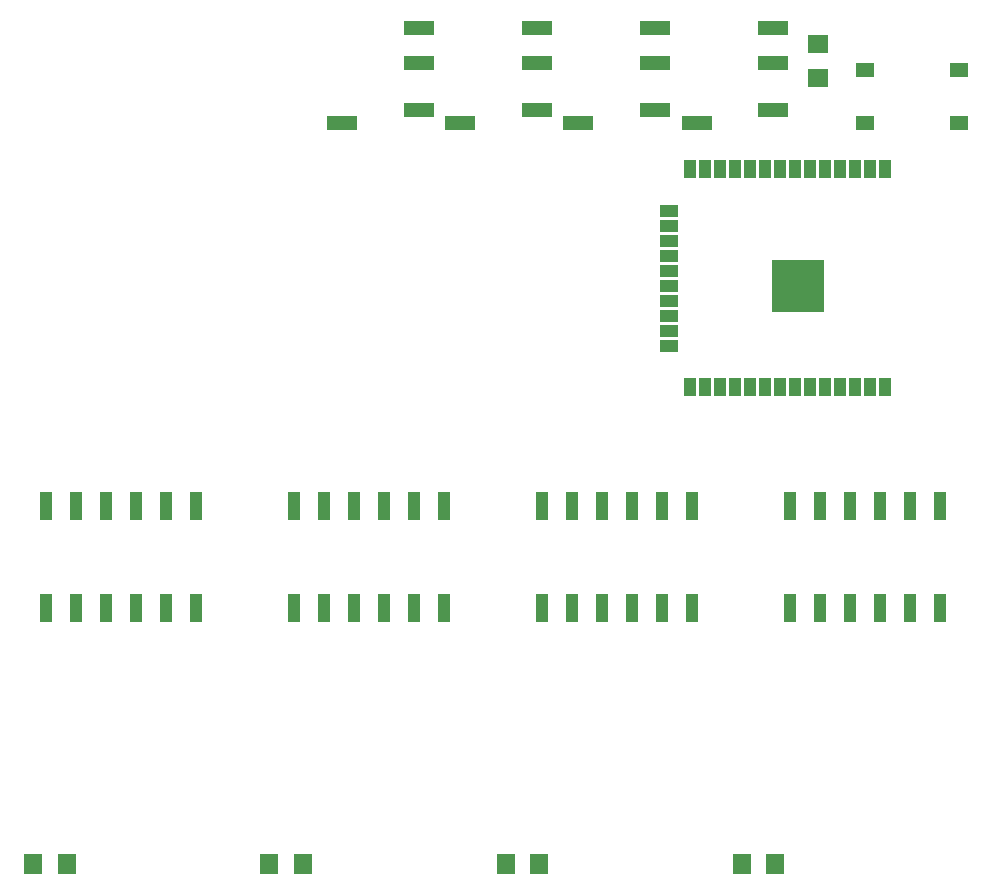
<source format=gbr>
G04 EAGLE Gerber RS-274X export*
G75*
%MOMM*%
%FSLAX34Y34*%
%LPD*%
%INSolderpaste Top*%
%IPPOS*%
%AMOC8*
5,1,8,0,0,1.08239X$1,22.5*%
G01*
%ADD10R,1.803000X1.600000*%
%ADD11R,1.550000X1.300000*%
%ADD12R,1.000000X1.500000*%
%ADD13R,1.500000X1.000000*%
%ADD14R,4.500000X4.500000*%
%ADD15R,2.500000X1.200000*%
%ADD16R,1.130000X2.440000*%
%ADD17R,1.600000X1.803000*%


D10*
X770000Y725780D03*
X770000Y754220D03*
D11*
X889750Y732500D03*
X810250Y732500D03*
X889750Y687500D03*
X810250Y687500D03*
D12*
X788900Y648500D03*
X776200Y648500D03*
X763500Y648500D03*
X750800Y648500D03*
X738100Y648500D03*
X725400Y648500D03*
X712700Y648500D03*
X700000Y648500D03*
D13*
X644500Y498700D03*
D12*
X661900Y463500D03*
X674600Y463500D03*
X687300Y463500D03*
X700000Y463500D03*
X712700Y463500D03*
X725400Y463500D03*
X738100Y463500D03*
D13*
X644500Y587600D03*
D12*
X687300Y648500D03*
X674600Y648500D03*
X661900Y648500D03*
D13*
X644500Y613000D03*
X644500Y600300D03*
D12*
X801600Y648500D03*
X814300Y648500D03*
X827000Y648500D03*
D13*
X644500Y574900D03*
X644500Y562200D03*
X644500Y549500D03*
X644500Y511400D03*
X644500Y524100D03*
X644500Y536800D03*
D12*
X750800Y463500D03*
X763500Y463500D03*
X776200Y463500D03*
X788900Y463500D03*
X801600Y463500D03*
X814300Y463500D03*
X827000Y463500D03*
D14*
X753700Y549200D03*
D15*
X732500Y698000D03*
X667500Y687000D03*
X732500Y738000D03*
X732500Y768000D03*
X632500Y698000D03*
X567500Y687000D03*
X632500Y738000D03*
X632500Y768000D03*
X532500Y698000D03*
X467500Y687000D03*
X532500Y738000D03*
X532500Y768000D03*
X432500Y698000D03*
X367500Y687000D03*
X432500Y738000D03*
X432500Y768000D03*
D16*
X243500Y363000D03*
X218100Y363000D03*
X192700Y363000D03*
X167300Y363000D03*
X141900Y363000D03*
X116500Y363000D03*
X116500Y277000D03*
X141900Y277000D03*
X167300Y277000D03*
X192700Y277000D03*
X218100Y277000D03*
X243500Y277000D03*
X453500Y363000D03*
X428100Y363000D03*
X402700Y363000D03*
X377300Y363000D03*
X351900Y363000D03*
X326500Y363000D03*
X326500Y277000D03*
X351900Y277000D03*
X377300Y277000D03*
X402700Y277000D03*
X428100Y277000D03*
X453500Y277000D03*
X663500Y363000D03*
X638100Y363000D03*
X612700Y363000D03*
X587300Y363000D03*
X561900Y363000D03*
X536500Y363000D03*
X536500Y277000D03*
X561900Y277000D03*
X587300Y277000D03*
X612700Y277000D03*
X638100Y277000D03*
X663500Y277000D03*
X873500Y363000D03*
X848100Y363000D03*
X822700Y363000D03*
X797300Y363000D03*
X771900Y363000D03*
X746500Y363000D03*
X746500Y277000D03*
X771900Y277000D03*
X797300Y277000D03*
X822700Y277000D03*
X848100Y277000D03*
X873500Y277000D03*
D17*
X134220Y60000D03*
X105780Y60000D03*
X334220Y60000D03*
X305780Y60000D03*
X534220Y60000D03*
X505780Y60000D03*
X734220Y60000D03*
X705780Y60000D03*
M02*

</source>
